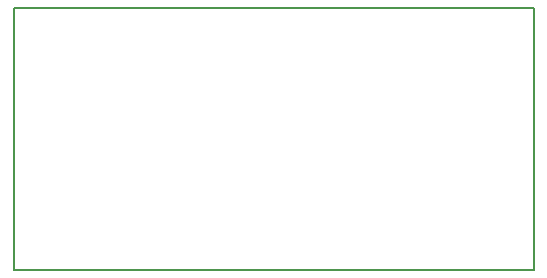
<source format=gko>
G04 DipTrace 2.4.0.2*
%INBoardOutline.GKO*%
%MOMM*%
%ADD10C,0.15*%
%FSLAX53Y53*%
G04*
G71*
G90*
G75*
G01*
%LNBoardOutline*%
%LPD*%
X6500Y-33750D2*
D10*
Y-11500D1*
X50500D1*
Y-33750D1*
X6500D1*
M02*

</source>
